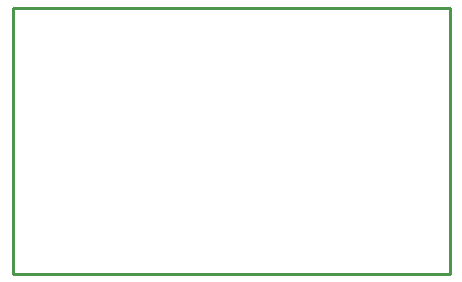
<source format=gbr>
G04 EAGLE Gerber RS-274X export*
G75*
%MOMM*%
%FSLAX34Y34*%
%LPD*%
%IN*%
%IPPOS*%
%AMOC8*
5,1,8,0,0,1.08239X$1,22.5*%
G01*
%ADD10C,0.254000*%


D10*
X0Y0D02*
X370000Y0D01*
X370000Y225000D01*
X0Y225000D01*
X0Y0D01*
M02*

</source>
